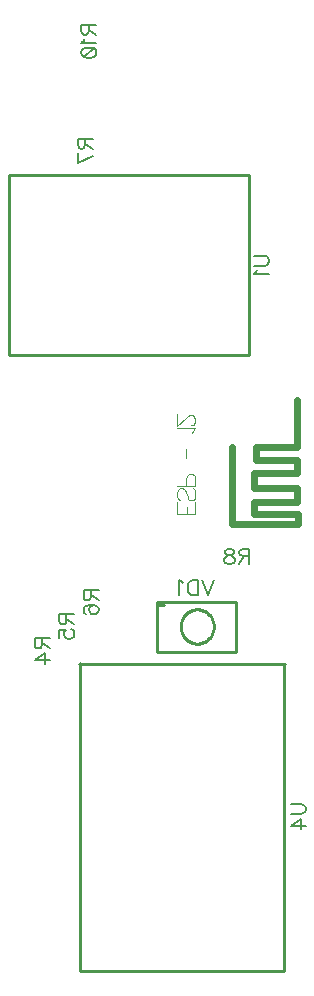
<source format=gbr>
G04 DipTrace 3.1.0.1*
G04 BottomSilk.gbr*
%MOIN*%
G04 #@! TF.FileFunction,Legend,Bot*
G04 #@! TF.Part,Single*
%ADD10C,0.009843*%
%ADD18C,0.024*%
%ADD76C,0.00772*%
%ADD77C,0.003281*%
%FSLAX26Y26*%
G04*
G70*
G90*
G75*
G01*
G04 BotSilk*
%LPD*%
X403543Y3471260D2*
D10*
X1203543D1*
Y2871260D1*
X403543D1*
Y3471260D1*
X1325213Y1841926D2*
X636236D1*
X1319287Y818272D2*
X640163D1*
X1321285Y1835966D2*
Y822176D1*
X640163Y1845831D2*
Y818272D1*
X976133Y1965935D2*
X976267Y1969917D1*
X976670Y1973879D1*
X977338Y1977803D1*
X978268Y1981668D1*
X979457Y1985458D1*
X980898Y1989152D1*
X982585Y1992732D1*
X984508Y1996183D1*
X986660Y1999486D1*
X989028Y2002625D1*
X991602Y2005586D1*
X994370Y2008354D1*
X997317Y2010915D1*
X1000429Y2013257D1*
X1003692Y2015368D1*
X1007088Y2017238D1*
X1010603Y2018859D1*
X1014218Y2020222D1*
X1017916Y2021320D1*
X1021679Y2022148D1*
X1025489Y2022703D1*
X1029326Y2022980D1*
X1033173D1*
X1037011Y2022703D1*
X1040821Y2022148D1*
X1044584Y2021320D1*
X1048282Y2020222D1*
X1051897Y2018859D1*
X1055412Y2017238D1*
X1058808Y2015368D1*
X1062071Y2013257D1*
X1065183Y2010915D1*
X1068130Y2008354D1*
X1070898Y2005586D1*
X1073472Y2002625D1*
X1075840Y1999486D1*
X1077992Y1996183D1*
X1079915Y1992732D1*
X1081602Y1989152D1*
X1083043Y1985458D1*
X1084232Y1981668D1*
X1085162Y1977803D1*
X1085830Y1973879D1*
X1086232Y1969917D1*
X1086367Y1965935D1*
X1086232Y1961953D1*
X1085830Y1957991D1*
X1085162Y1954067D1*
X1084232Y1950201D1*
X1083043Y1946412D1*
X1081602Y1942718D1*
X1079915Y1939137D1*
X1077992Y1935687D1*
X1075840Y1932384D1*
X1073472Y1929244D1*
X1070898Y1926284D1*
X1068130Y1923516D1*
X1065183Y1920955D1*
X1062071Y1918613D1*
X1058808Y1916502D1*
X1055412Y1914631D1*
X1051897Y1913011D1*
X1048282Y1911648D1*
X1044584Y1910550D1*
X1040821Y1909722D1*
X1037011Y1909167D1*
X1033173Y1908889D1*
X1029326D1*
X1025489Y1909167D1*
X1021679Y1909722D1*
X1017916Y1910550D1*
X1014218Y1911648D1*
X1010603Y1913011D1*
X1007088Y1914631D1*
X1003692Y1916502D1*
X1000429Y1918613D1*
X997317Y1920955D1*
X994370Y1923516D1*
X991602Y1926284D1*
X989028Y1929244D1*
X986660Y1932384D1*
X984508Y1935687D1*
X982585Y1939137D1*
X980898Y1942718D1*
X979457Y1946412D1*
X978268Y1950201D1*
X977338Y1954067D1*
X976670Y1957991D1*
X976267Y1961953D1*
X976133Y1965935D1*
X1161175Y2046644D2*
X897395D1*
Y1881290D1*
X1161175D1*
Y2046644D1*
X905282Y2038773D2*
X921030D1*
X1174626Y2306890D2*
D18*
X1367476D1*
Y2342318D1*
X1221870D1*
Y2381720D1*
X1363602D1*
Y2428936D1*
X1221870D1*
Y2476220D1*
X1363602D1*
Y2519529D1*
X1225744D1*
Y2562839D1*
X1363602D1*
Y2720314D1*
X1170657Y2306890D2*
X1147035D1*
Y2562839D1*
X513508Y1926286D2*
D76*
Y1904786D1*
X511076Y1897601D1*
X508699Y1895169D1*
X503946Y1892793D1*
X499138D1*
X494385Y1895169D1*
X491953Y1897601D1*
X489576Y1904786D1*
Y1926286D1*
X539816D1*
X513508Y1909539D2*
X539816Y1892792D1*
Y1853422D2*
X489631D1*
X523070Y1877353D1*
X523069Y1841483D1*
X594766Y2006356D2*
Y1984856D1*
X592335Y1977671D1*
X589958Y1975239D1*
X585205Y1972863D1*
X580396D1*
X575643Y1975239D1*
X573211Y1977671D1*
X570835Y1984856D1*
Y2006356D1*
X621075D1*
X594766Y1989609D2*
X621075Y1972863D1*
X570890Y1928739D2*
Y1952615D1*
X592390Y1954992D1*
X590013Y1952615D1*
X587581Y1945430D1*
Y1938300D1*
X590013Y1931115D1*
X594766Y1926307D1*
X601951Y1923930D1*
X606705D1*
X613890Y1926307D1*
X618698Y1931115D1*
X621075Y1938300D1*
Y1945430D1*
X618698Y1952615D1*
X616266Y1954992D1*
X611513Y1957423D1*
X676025Y2086399D2*
Y2064899D1*
X673593Y2057714D1*
X671217Y2055282D1*
X666463Y2052905D1*
X661655D1*
X656902Y2055282D1*
X654470Y2057714D1*
X652093Y2064899D1*
Y2086399D1*
X702333D1*
X676025Y2069652D2*
X702333Y2052905D1*
X659278Y2008781D2*
X654525Y2011158D1*
X652148Y2018343D1*
Y2023096D1*
X654525Y2030281D1*
X661710Y2035090D1*
X673648Y2037466D1*
X685587D1*
X695148Y2035089D1*
X699957Y2030281D1*
X702333Y2023096D1*
Y2020719D1*
X699957Y2013590D1*
X695148Y2008781D1*
X687963Y2006405D1*
X685587D1*
X678402Y2008781D1*
X673648Y2013590D1*
X671272Y2020719D1*
Y2023096D1*
X673648Y2030281D1*
X678402Y2035090D1*
X685587Y2037466D1*
X657032Y3592394D2*
Y3570894D1*
X654600Y3563709D1*
X652224Y3561277D1*
X647471Y3558901D1*
X642662D1*
X637909Y3561277D1*
X635477Y3563709D1*
X633100Y3570894D1*
Y3592394D1*
X683340D1*
X657032Y3575647D2*
X683340Y3558901D1*
Y3533900D2*
X633156Y3509968D1*
Y3543462D1*
X1204328Y2200228D2*
X1182829D1*
X1175643Y2202660D1*
X1173212Y2205037D1*
X1170835Y2209790D1*
Y2214598D1*
X1173212Y2219352D1*
X1175643Y2221783D1*
X1182829Y2224160D1*
X1204328D1*
Y2173920D1*
X1187582Y2200228D2*
X1170835Y2173920D1*
X1143458Y2224105D2*
X1150587Y2221728D1*
X1153019Y2216975D1*
Y2212167D1*
X1150587Y2207413D1*
X1145834Y2204982D1*
X1136273Y2202605D1*
X1129087Y2200228D1*
X1124334Y2195420D1*
X1121958Y2190667D1*
Y2183482D1*
X1124334Y2178729D1*
X1126711Y2176297D1*
X1133896Y2173920D1*
X1143458D1*
X1150587Y2176297D1*
X1153019Y2178729D1*
X1155396Y2183482D1*
Y2190667D1*
X1153019Y2195420D1*
X1148211Y2200228D1*
X1141081Y2202605D1*
X1131519Y2204982D1*
X1126711Y2207413D1*
X1124334Y2212167D1*
Y2216975D1*
X1126711Y2221728D1*
X1133896Y2224105D1*
X1143458D1*
X668843Y3972252D2*
Y3950752D1*
X666411Y3943567D1*
X664035Y3941135D1*
X659282Y3938759D1*
X654473D1*
X649720Y3941135D1*
X647288Y3943567D1*
X644912Y3950752D1*
Y3972252D1*
X695151D1*
X668843Y3955506D2*
X695151Y3938759D1*
X654528Y3923320D2*
X652097Y3918511D1*
X644967Y3911326D1*
X695151D1*
X644967Y3881517D2*
X647343Y3888702D1*
X654528Y3893510D1*
X666467Y3895887D1*
X673652D1*
X685590Y3893510D1*
X692775Y3888702D1*
X695152Y3881517D1*
Y3876764D1*
X692775Y3869579D1*
X685590Y3864825D1*
X673652Y3862394D1*
X666467D1*
X654528Y3864825D1*
X647343Y3869579D1*
X644967Y3876764D1*
Y3881517D1*
X654528Y3864825D2*
X685590Y3893510D1*
X1220502Y3201723D2*
X1256372D1*
X1263557Y3199346D1*
X1268310Y3194538D1*
X1270742Y3187353D1*
Y3182600D1*
X1268310Y3175415D1*
X1263557Y3170606D1*
X1256372Y3168230D1*
X1220502D1*
X1230119Y3152790D2*
X1227687Y3147982D1*
X1220557Y3140797D1*
X1270742D1*
X1342171Y1374452D2*
X1378041D1*
X1385226Y1372076D1*
X1389979Y1367267D1*
X1392411Y1360082D1*
Y1355329D1*
X1389979Y1348144D1*
X1385226Y1343336D1*
X1378041Y1340959D1*
X1342171D1*
X1392411Y1301588D2*
X1342227D1*
X1375665Y1325520D1*
Y1289650D1*
X1086591Y2119867D2*
X1067467Y2069627D1*
X1048344Y2119867D1*
X1032905D2*
Y2069627D1*
X1016158D1*
X1008973Y2072059D1*
X1004165Y2076812D1*
X1001788Y2081621D1*
X999412Y2088751D1*
Y2100744D1*
X1001788Y2107929D1*
X1004165Y2112682D1*
X1008973Y2117491D1*
X1016158Y2119867D1*
X1032905D1*
X983972Y2110251D2*
X979164Y2112682D1*
X971979Y2119812D1*
Y2069627D1*
X1024889Y2379589D2*
D77*
Y2342315D1*
X964601D1*
Y2379589D1*
X996171Y2342315D2*
Y2365263D1*
X1016267Y2426343D2*
X1022037Y2420639D1*
X1024889Y2412017D1*
Y2400543D1*
X1022037Y2391921D1*
X1016267Y2386151D1*
X1010563D1*
X1004793Y2389069D1*
X1001941Y2391921D1*
X999089Y2397625D1*
X993319Y2414869D1*
X990467Y2420639D1*
X987549Y2423491D1*
X981845Y2426343D1*
X973223D1*
X967519Y2420639D1*
X964601Y2412017D1*
Y2400543D1*
X967519Y2391921D1*
X973223Y2386151D1*
X993319Y2432904D2*
Y2458771D1*
X996171Y2467326D1*
X999089Y2470244D1*
X1004793Y2473096D1*
X1013415D1*
X1019119Y2470244D1*
X1022037Y2467326D1*
X1024889Y2458771D1*
Y2432904D1*
X964601D1*
X994712Y2526014D2*
Y2559176D1*
X1013349Y2612093D2*
X1016267Y2617863D1*
X1024823Y2626485D1*
X964601D1*
X1010497Y2635965D2*
X1013349D1*
X1019119Y2638817D1*
X1021971Y2641669D1*
X1024823Y2647439D1*
Y2658913D1*
X1021971Y2664617D1*
X1019119Y2667469D1*
X1013349Y2670387D1*
X1007645D1*
X1001875Y2667469D1*
X993319Y2661765D1*
X964601Y2633047D1*
Y2673239D1*
M02*

</source>
